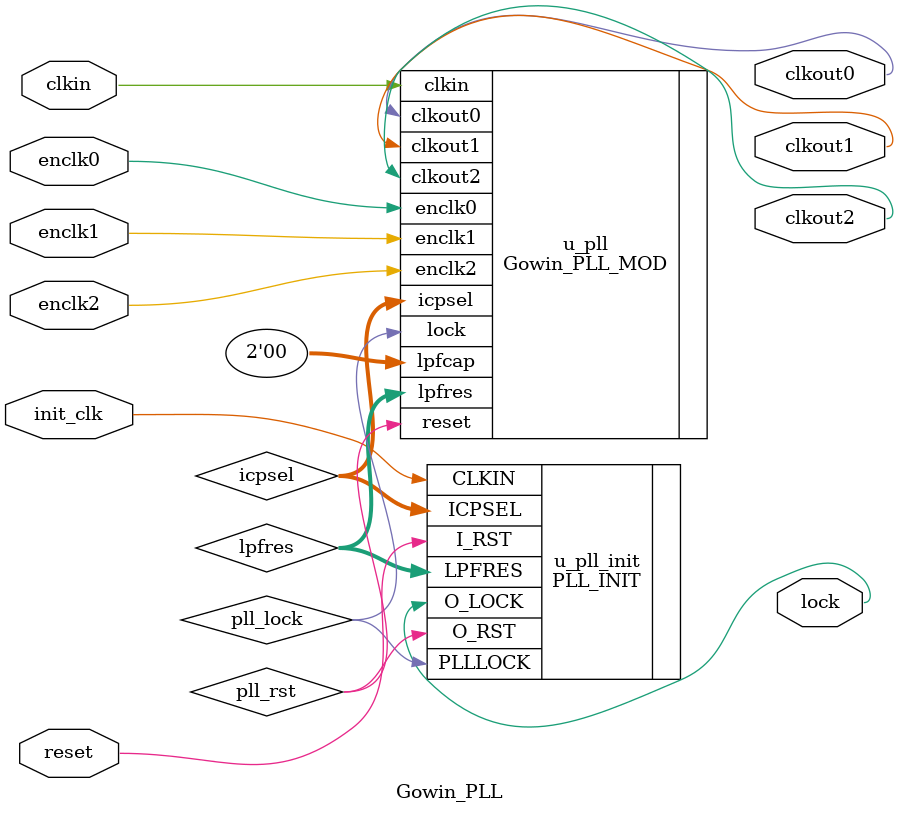
<source format=v>
module Gowin_PLL(
    clkin,
    init_clk,
    enclk0,
    enclk1,
    enclk2,
    clkout0,
    clkout1,
    clkout2,
    lock,
    reset
);


input clkin;
input init_clk;
input enclk0;
input enclk1;
input enclk2;
output clkout0;
output clkout1;
output clkout2;
output lock;
input reset;
wire [5:0] icpsel;
wire [2:0] lpfres;
wire pll_lock;
wire pll_rst;


    Gowin_PLL_MOD u_pll(
        .enclk0(enclk0),
        .enclk1(enclk1),
        .enclk2(enclk2),
        .clkout1(clkout1),
        .clkout2(clkout2),
        .clkout0(clkout0),
        .lock(pll_lock),
        .clkin(clkin),
        .reset(pll_rst),
        .icpsel(icpsel),
        .lpfres(lpfres),
        .lpfcap(2'b00)
    );


    PLL_INIT u_pll_init(
        .CLKIN(init_clk),
        .I_RST(reset),
        .O_RST(pll_rst),
        .PLLLOCK(pll_lock),
        .O_LOCK(lock),
        .ICPSEL(icpsel),
        .LPFRES(lpfres)
    );
    defparam u_pll_init.CLK_PERIOD = 20;
    defparam u_pll_init.MULTI_FAC = 24;


endmodule

</source>
